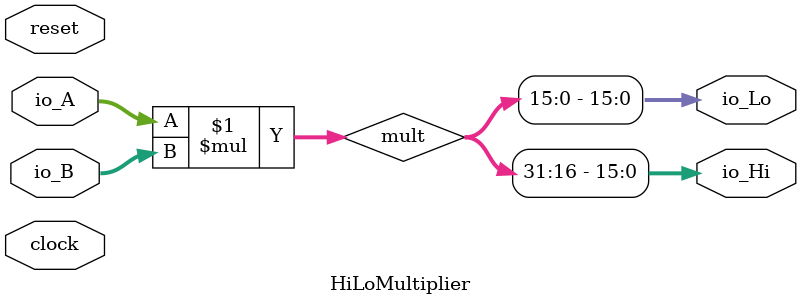
<source format=v>
module HiLoMultiplier(
  input         clock,
  input         reset,
  input  [15:0] io_A,
  input  [15:0] io_B,
  output [15:0] io_Hi,
  output [15:0] io_Lo
);
  wire [31:0] mult = io_A * io_B; // @[HiLoMultiplier.scala 14:19]
  assign io_Hi = mult[31:16]; // @[HiLoMultiplier.scala 16:16]
  assign io_Lo = mult[15:0]; // @[HiLoMultiplier.scala 15:16]
endmodule

</source>
